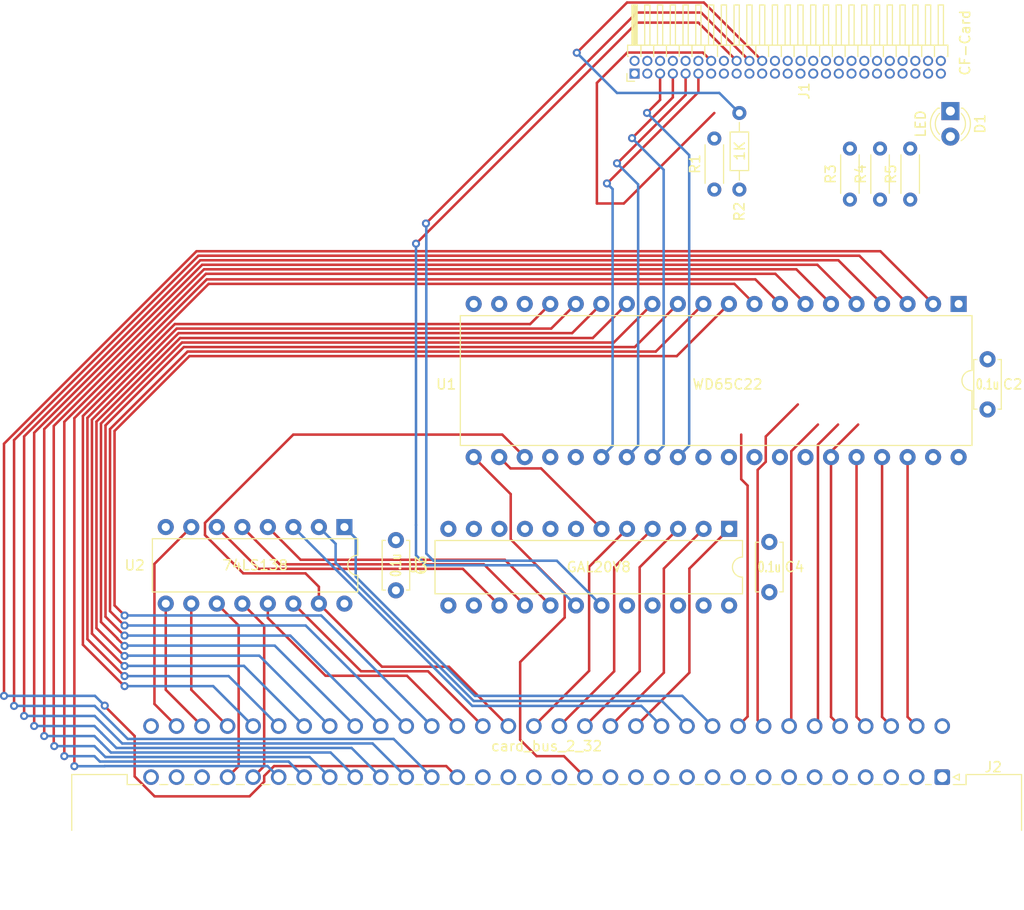
<source format=kicad_pcb>
(kicad_pcb (version 20211014) (generator pcbnew)
  (layers (0 "F.Cu" signal) (31 "B.Cu" signal) (34 "B.Paste" user) (35 "F.Paste" user) (36 "B.SilkS" user "B.Silkscreen") (37 "F.SilkS" user "F.Silkscreen") (38 "B.Mask" user) (39 "F.Mask" user) (44 "Edge.Cuts" user))
  (net 0 "")
  (net 1 "Net-(J1-Pad20)")
  (net 2 "Net-(J1-Pad19)")
  (net 3 "Net-(J1-Pad18)")
  (net 4 "Net-(J1-Pad17)")
  (net 5 "Net-(J1-Pad16)")
  (net 6 "Net-(J1-Pad15)")
  (net 7 "Net-(J1-Pad14)")
  (net 8 "Net-(J1-Pad12)")
  (net 9 "VCC")
  (net 10 "GND")
  (net 11 "Net-(J2-Pad10)")
  (net 12 "Net-(J2-Pad21)")
  (net 13 "Net-(J2-Pad22)")
  (net 14 "Net-(J2-Pad23)")
  (net 15 "Net-(J2-Pad24)")
  (net 16 "Net-(J2-Pad25)")
  (net 17 "Net-(J2-Pad26)")
  (net 18 "Net-(J2-Pad27)")
  (net 19 "Net-(J2-Pad28)")
  (net 20 "Net-(J2-Pad11)")
  (net 21 "Net-(J2-Pad12)")
  (net 22 "Net-(J2-Pad13)")
  (net 25 "Net-(J2-Pad14)")
  (net 26 "Net-(J2-Pad15)")
  (net 27 "Net-(J2-Pad38)")
  (net 28 "Net-(J2-Pad39)")
  (net 29 "Net-(J2-Pad40)")
  (net 30 "Net-(J2-Pad41)")
  (net 31 "Net-(J2-Pad42)")
  (net 32 "Net-(J2-Pad43)")
  (net 33 "Net-(J2-Pad44)")
  (net 34 "Net-(J2-Pad45)")
  (net 39 "Net-(J2-Pad50)")
  (net 40 "Net-(J1-Pad41)")
  (net 43 "Net-(J2-Pad54)")
  (net 44 "Net-(J1-Pad6)")
  (net 45 "Net-(J1-Pad5)")
  (net 46 "Net-(J1-Pad4)")
  (net 47 "Net-(J1-Pad3)")
  (net 48 "Net-(J1-Pad2)")
  (net 49 "Net-(J1-Pad23)")
  (net 50 "Net-(J1-Pad22)")
  (net 51 "Net-(J1-Pad21)")
  (net 52 "Net-(J1-Pad32)")
  (net 53 "Net-(J1-Pad36)")
  (net 54 "Net-(J2-Pad16)")
  (net 55 "Net-(J2-Pad17)")
  (net 56 "Net-(D1-Pad2)")
  (net 57 "Net-(U1-Pad23)")
  (net 58 "Net-(J1-Pad7)")
  (net 59 "Net-(J2-Pad20)")
  (net 60 "Net-(J2-Pad29)")
  (net 61 "Net-(J2-Pad30)")
  (net 62 "Net-(J2-Pad31)")
  (net 63 "Net-(J2-Pad36)")
  (net 64 "Net-(J2-Pad37)")
  (net 65 "Net-(U1-Pad22)")
  (net 66 "Net-(R3-Pad2)")
  (net 67 "Net-(R4-Pad2)")
  (net 74 "Net-(U2-Pad6)")
  (net 75 "Net-(U2-Pad5)")
  (net 76 "Net-(U2-Pad4)")
  (net 77 "Net-(J1-Pad34)")
  (net 78 "Net-(J1-Pad35)")
  (net 87 "Net-(D1-Pad1)")
  (footprint "Resistor_THT:R_Axial_DIN0204_L3.6mm_D1.6mm_P5.08mm_Horizontal" (layer "F.Cu") (at 163.18 120.615 90)
    (fp_text reference "R3")
    (fp_text value "1K")
  )
  (footprint "Package_DIP:DIP-40_W15.24mm" (layer "F.Cu") (at 174 131 -90)
    (fp_text reference "U1")
    (fp_text value "WD65C22")
  )
  (footprint "Connector_PinHeader_1.27mm:PinHeader_2x25_P1.27mm_Horizontal" (layer "F.Cu") (at 141.75 108.075 90)
    (fp_text reference "J1")
    (fp_text value "CF-Card")
  )
  (footprint "Resistor_THT:R_Axial_DIN0204_L3.6mm_D1.6mm_P5.08mm_Horizontal" (layer "F.Cu") (at 149.685945 119.615 90)
    (fp_text reference "R1")
    (fp_text value "1K")
  )
  (footprint "Resistor_THT:R_Axial_DIN0204_L3.6mm_D1.6mm_P5.08mm_Horizontal" (layer "F.Cu") (at 169.18 120.615 90)
    (fp_text reference "R5")
    (fp_text value "330R")
  )
  (footprint "Capacitor_THT:C_Disc_D4.7mm_W2.5mm_P5.00mm" (layer "F.Cu") (at 176.875 136.5 -90)
    (fp_text reference "C2")
    (fp_text value "0.1u")
  )
  (footprint "Capacitor_THT:C_Disc_D4.7mm_W2.5mm_P5.00mm" (layer "F.Cu") (at 155.16 154.68 -90)
    (fp_text reference "C4")
    (fp_text value "0.1u")
  )
  (footprint "card_bus_2_32:DIN41612_R_2x32_Male_Horizontal_THT" (layer "F.Cu") (at 131.73 136.9075 -90)
    (fp_text reference "J2")
    (fp_text value "card_bus_2_32")
  )
  (footprint "LED_THT:LED_D3.0mm" (layer "F.Cu") (at 173.18 111.805 -90)
    (fp_text reference "D1")
    (fp_text value "LED")
  )
  (footprint "Package_DIP:DIP-24_W7.62mm" (layer "F.Cu") (at 151.16 153.38 -90)
    (fp_text reference "U3")
    (fp_text value "GAL20V8")
  )
  (footprint "Package_DIP:DIP-16_W7.62mm" (layer "F.Cu") (at 112.875 153.2 -90)
    (fp_text reference "U2")
    (fp_text value "74LS138")
  )
  (footprint "Capacitor_THT:C_Disc_D4.7mm_W2.5mm_P5.00mm" (layer "F.Cu") (at 118 154.5 -90)
    (fp_text reference "C3")
    (fp_text value "0.1u")
  )
  (footprint "Resistor_THT:R_Axial_DIN0204_L3.6mm_D1.6mm_P7.62mm_Horizontal" (layer "F.Cu") (at 152.18 119.615 90)
    (fp_text reference "R2")
    (fp_text value "1K")
  )
  (footprint "Resistor_THT:R_Axial_DIN0204_L3.6mm_D1.6mm_P5.08mm_Horizontal" (layer "F.Cu") (at 166.18 120.615 90)
    (fp_text reference "R4")
    (fp_text value "1K")
  )
  (segment (start 168.92 146.24) (end 168.92 172.0975) (width 0.25) (layer "F.Cu") (net 1))
  (segment (start 168.92 172.0975) (end 169.83 173.0075) (width 0.25) (layer "F.Cu") (net 1))
  (segment (start 166.38 146.24) (end 166.38 172.0975) (width 0.25) (layer "F.Cu") (net 2))
  (segment (start 166.38 172.0975) (end 167.29 173.0075) (width 0.25) (layer "F.Cu") (net 2))
  (segment (start 163.84 146.24) (end 163.84 172.0975) (width 0.25) (layer "F.Cu") (net 3))
  (segment (start 163.84 172.0975) (end 164.75 173.0075) (width 0.25) (layer "F.Cu") (net 3))
  (segment (start 161.3 146.3) (end 161.3 145.7) (width 0.25) (layer "F.Cu") (net 4))
  (segment (start 162.21 173.0075) (end 161.3 172.0975) (width 0.25) (layer "F.Cu") (net 4))
  (segment (start 161.3 172.0975) (end 161.3 146.3) (width 0.25) (layer "F.Cu") (net 4))
  (segment (start 161.3 145.7) (end 164 143) (width 0.25) (layer "F.Cu") (net 4))
  (segment (start 161.3 146.24) (end 161.3 146.3) (width 0.25) (layer "F.Cu") (net 4))
  (segment (start 160 145) (end 162 143) (width 0.25) (layer "F.Cu") (net 5))
  (segment (start 160 172.6775) (end 160 145) (width 0.25) (layer "F.Cu") (net 5))
  (segment (start 159.67 173.0075) (end 160 172.6775) (width 0.25) (layer "F.Cu") (net 5))
  (segment (start 157.345 145.655) (end 160 143) (width 0.25) (layer "F.Cu") (net 6))
  (segment (start 157.13 173.0075) (end 157.345 172.7925) (width 0.25) (layer "F.Cu") (net 6))
  (segment (start 157.345 172.7925) (end 157.345 145.774009) (width 0.25) (layer "F.Cu") (net 6))
  (segment (start 157.345 145.774009) (end 157.345 145.655) (width 0.25) (layer "F.Cu") (net 6))
  (segment (start 154.805 144.195) (end 158 141) (width 0.25) (layer "F.Cu") (net 7))
  (segment (start 154 147.510991) (end 154.805 146.705991) (width 0.25) (layer "F.Cu") (net 7))
  (segment (start 154.59 173.0075) (end 154 172.4175) (width 0.25) (layer "F.Cu") (net 7))
  (segment (start 154 172.4175) (end 154 147.510991) (width 0.25) (layer "F.Cu") (net 7))
  (segment (start 154.805 146.705991) (end 154.805 144.195) (width 0.25) (layer "F.Cu") (net 7))
  (segment (start 152.362121 148.437617) (end 152.362121 144) (width 0.25) (layer "F.Cu") (net 8))
  (segment (start 152.05 173.0075) (end 153 172.0575) (width 0.25) (layer "F.Cu") (net 8))
  (segment (start 153 149.075496) (end 152.362121 148.437617) (width 0.25) (layer "F.Cu") (net 8))
  (segment (start 153 172.0575) (end 153 149.075496) (width 0.25) (layer "F.Cu") (net 8))
  (segment (start 146.5025 170) (end 125.867792 170) (width 0.25) (layer "B.Cu") (net 11))
  (segment (start 125.867792 170) (end 114 158.132208) (width 0.25) (layer "B.Cu") (net 11))
  (segment (start 114 154.325) (end 112.875 153.2) (width 0.25) (layer "B.Cu") (net 11))
  (segment (start 114 158.132208) (end 114 154.325) (width 0.25) (layer "B.Cu") (net 11))
  (segment (start 149.51 173.0075) (end 146.5025 170) (width 0.25) (layer "B.Cu") (net 11))
  (segment (start 91 162) (end 90 161) (width 0.25) (layer "F.Cu") (net 12))
  (segment (start 90 143.636396) (end 97.44908 136.187316) (width 0.25) (layer "F.Cu") (net 12))
  (segment (start 97.44908 136.187316) (end 145.952684 136.187316) (width 0.25) (layer "F.Cu") (net 12))
  (segment (start 90 161) (end 90 143.636396) (width 0.25) (layer "F.Cu") (net 12))
  (segment (start 145.952684 136.187316) (end 151.14 131) (width 0.25) (layer "F.Cu") (net 12))
  (via (at 91 162) (size 0.8) (drill 0.4) (layers "F.Cu" "B.Cu") (net 12))
  (segment (start 110.5625 162) (end 121.57 173.0075) (width 0.25) (layer "B.Cu") (net 12))
  (segment (start 91 162) (end 110.5625 162) (width 0.25) (layer "B.Cu") (net 12))
  (segment (start 90.974695 163) (end 89.55 161.575305) (width 0.25) (layer "F.Cu") (net 13))
  (segment (start 91 163) (end 90.974695 163) (width 0.25) (layer "F.Cu") (net 13))
  (segment (start 97.262684 135.737316) (end 143.862684 135.737316) (width 0.25) (layer "F.Cu") (net 13))
  (segment (start 89.55 161.575305) (end 89.55 143.45) (width 0.25) (layer "F.Cu") (net 13))
  (segment (start 143.862684 135.737316) (end 148.6 131) (width 0.25) (layer "F.Cu") (net 13))
  (segment (start 89.55 143.45) (end 97.262684 135.737316) (width 0.25) (layer "F.Cu") (net 13))
  (via (at 91 163) (size 0.8) (drill 0.4) (layers "F.Cu" "B.Cu") (net 13))
  (segment (start 109.0225 163) (end 119.03 173.0075) (width 0.25) (layer "B.Cu") (net 13))
  (segment (start 91 163) (end 109.0225 163) (width 0.25) (layer "B.Cu") (net 13))
  (segment (start 91 164) (end 90.974695 164) (width 0.25) (layer "F.Cu") (net 14))
  (segment (start 89.1 162.125305) (end 89.1 143.08198) (width 0.25) (layer "F.Cu") (net 14))
  (segment (start 89.1 143.08198) (end 96.894664 135.287316) (width 0.25) (layer "F.Cu") (net 14))
  (segment (start 90.974695 164) (end 89.1 162.125305) (width 0.25) (layer "F.Cu") (net 14))
  (segment (start 96.894664 135.287316) (end 141.772684 135.287316) (width 0.25) (layer "F.Cu") (net 14))
  (segment (start 141.772684 135.287316) (end 146.06 131) (width 0.25) (layer "F.Cu") (net 14))
  (via (at 91 164) (size 0.8) (drill 0.4) (layers "F.Cu" "B.Cu") (net 14))
  (segment (start 91 164) (end 107.4825 164) (width 0.25) (layer "B.Cu") (net 14))
  (segment (start 107.4825 164) (end 116.49 173.0075) (width 0.25) (layer "B.Cu") (net 14))
  (segment (start 139.682684 134.837316) (end 143.52 131) (width 0.25) (layer "F.Cu") (net 15))
  (segment (start 90.275 164.275) (end 88.65 162.65) (width 0.25) (layer "F.Cu") (net 15))
  (segment (start 96.708268 134.837316) (end 139.682684 134.837316) (width 0.25) (layer "F.Cu") (net 15))
  (segment (start 91 165.02985) (end 90.275 164.30485) (width 0.25) (layer "F.Cu") (net 15))
  (segment (start 88.65 142.895584) (end 96.708268 134.837316) (width 0.25) (layer "F.Cu") (net 15))
  (segment (start 90.275 164.30485) (end 90.275 164.275) (width 0.25) (layer "F.Cu") (net 15))
  (segment (start 88.65 162.65) (end 88.65 142.895584) (width 0.25) (layer "F.Cu") (net 15))
  (via (at 91 165.02985) (size 0.8) (drill 0.4) (layers "F.Cu" "B.Cu") (net 15))
  (segment (start 105.9425 165) (end 113.95 173.0075) (width 0.25) (layer "B.Cu") (net 15))
  (segment (start 91.02985 165) (end 105.9425 165) (width 0.25) (layer "B.Cu") (net 15))
  (segment (start 91 165.02985) (end 91.02985 165) (width 0.25) (layer "B.Cu") (net 15))
  (segment (start 96.521872 134.387316) (end 137.592684 134.387316) (width 0.25) (layer "F.Cu") (net 16))
  (segment (start 88.2 142.709188) (end 96.521872 134.387316) (width 0.25) (layer "F.Cu") (net 16))
  (segment (start 90.974198 166.029353) (end 88.2 163.255155) (width 0.25) (layer "F.Cu") (net 16))
  (segment (start 91 166.029353) (end 90.974198 166.029353) (width 0.25) (layer "F.Cu") (net 16))
  (segment (start 88.2 163.255155) (end 88.2 142.709188) (width 0.25) (layer "F.Cu") (net 16))
  (segment (start 137.592684 134.387316) (end 140.98 131) (width 0.25) (layer "F.Cu") (net 16))
  (via (at 91 166.029353) (size 0.8) (drill 0.4) (layers "F.Cu" "B.Cu") (net 16))
  (segment (start 91 166.029353) (end 91.029353 166) (width 0.25) (layer "B.Cu") (net 16))
  (segment (start 104.4025 166) (end 111.41 173.0075) (width 0.25) (layer "B.Cu") (net 16))
  (segment (start 91.029353 166) (end 104.4025 166) (width 0.25) (layer "B.Cu") (net 16))
  (segment (start 90.725497 166.754353) (end 90.699695 166.754353) (width 0.25) (layer "F.Cu") (net 17))
  (segment (start 90.699695 166.754353) (end 87.75 163.804658) (width 0.25) (layer "F.Cu") (net 17))
  (segment (start 87.75 142.522792) (end 96.372792 133.9) (width 0.25) (layer "F.Cu") (net 17))
  (segment (start 87.75 163.804658) (end 87.75 142.522792) (width 0.25) (layer "F.Cu") (net 17))
  (segment (start 135.54 133.9) (end 138.44 131) (width 0.25) (layer "F.Cu") (net 17))
  (segment (start 96.372792 133.9) (end 135.54 133.9) (width 0.25) (layer "F.Cu") (net 17))
  (segment (start 91 167.028856) (end 90.725497 166.754353) (width 0.25) (layer "F.Cu") (net 17))
  (via (at 91 167.028856) (size 0.8) (drill 0.4) (layers "F.Cu" "B.Cu") (net 17))
  (segment (start 91 167.028856) (end 91.01138 167.017476) (width 0.25) (layer "B.Cu") (net 17))
  (segment (start 91.01138 167.017476) (end 102.879976 167.017476) (width 0.25) (layer "B.Cu") (net 17))
  (segment (start 102.879976 167.017476) (end 108.87 173.0075) (width 0.25) (layer "B.Cu") (net 17))
  (segment (start 90.699695 167.753856) (end 87.3 164.354161) (width 0.25) (layer "F.Cu") (net 18))
  (segment (start 87.3 164.354161) (end 87.3 142.336396) (width 0.25) (layer "F.Cu") (net 18))
  (segment (start 133.45 133.45) (end 135.9 131) (width 0.25) (layer "F.Cu") (net 18))
  (segment (start 96.186396 133.45) (end 133.45 133.45) (width 0.25) (layer "F.Cu") (net 18))
  (segment (start 87.3 142.336396) (end 96.186396 133.45) (width 0.25) (layer "F.Cu") (net 18))
  (segment (start 90.723036 167.753856) (end 90.699695 167.753856) (width 0.25) (layer "F.Cu") (net 18))
  (segment (start 91 168.03082) (end 90.723036 167.753856) (width 0.25) (layer "F.Cu") (net 18))
  (via (at 91 168.03082) (size 0.8) (drill 0.4) (layers "F.Cu" "B.Cu") (net 18))
  (segment (start 101.35332 168.03082) (end 106.33 173.0075) (width 0.25) (layer "B.Cu") (net 18))
  (segment (start 91 168.03082) (end 101.35332 168.03082) (width 0.25) (layer "B.Cu") (net 18))
  (segment (start 91 169.030323) (end 90.725497 168.75582) (width 0.25) (layer "F.Cu") (net 19))
  (segment (start 96 133) (end 131.36 133) (width 0.25) (layer "F.Cu") (net 19))
  (segment (start 90.699695 168.75582) (end 86.85 164.906125) (width 0.25) (layer "F.Cu") (net 19))
  (segment (start 131.36 133) (end 133.36 131) (width 0.25) (layer "F.Cu") (net 19))
  (segment (start 86.85 142.15) (end 96 133) (width 0.25) (layer "F.Cu") (net 19))
  (segment (start 86.85 164.906125) (end 86.85 142.15) (width 0.25) (layer "F.Cu") (net 19))
  (segment (start 90.725497 168.75582) (end 90.699695 168.75582) (width 0.25) (layer "F.Cu") (net 19))
  (via (at 91 169.030323) (size 0.8) (drill 0.4) (layers "F.Cu" "B.Cu") (net 19))
  (segment (start 91 169.030323) (end 91.000021 169.030302) (width 0.25) (layer "B.Cu") (net 19))
  (segment (start 91.000021 169.030302) (end 99.812802 169.030302) (width 0.25) (layer "B.Cu") (net 19))
  (segment (start 99.812802 169.030302) (end 103.79 173.0075) (width 0.25) (layer "B.Cu") (net 19))
  (segment (start 144.471087 170.508587) (end 125.739983 170.508587) (width 0.25) (layer "B.Cu") (net 20))
  (segment (start 112 154.865) (end 110.335 153.2) (width 0.25) (layer "B.Cu") (net 20))
  (segment (start 112 156.768604) (end 112 154.865) (width 0.25) (layer "B.Cu") (net 20))
  (segment (start 125.739983 170.508587) (end 112 156.768604) (width 0.25) (layer "B.Cu") (net 20))
  (segment (start 146.97 173.0075) (end 144.471087 170.508587) (width 0.25) (layer "B.Cu") (net 20))
  (segment (start 144.43 173.0075) (end 142.4225 171) (width 0.25) (layer "B.Cu") (net 21))
  (segment (start 125.595 171) (end 107.795 153.2) (width 0.25) (layer "B.Cu") (net 21))
  (segment (start 142.4225 171) (end 125.595 171) (width 0.25) (layer "B.Cu") (net 21))
  (segment (start 147.205 157.335) (end 147.205 167.6925) (width 0.25) (layer "F.Cu") (net 22))
  (segment (start 147.205 167.6925) (end 141.89 173.0075) (width 0.25) (layer "F.Cu") (net 22))
  (segment (start 151.16 153.38) (end 147.205 157.335) (width 0.25) (layer "F.Cu") (net 22))
  (segment (start 144.665 167.6925) (end 139.35 173.0075) (width 0.25) (layer "F.Cu") (net 25))
  (segment (start 144.665 157.335) (end 144.665 167.6925) (width 0.25) (layer "F.Cu") (net 25))
  (segment (start 148.62 153.38) (end 144.665 157.335) (width 0.25) (layer "F.Cu") (net 25))
  (segment (start 142.256449 157.203551) (end 142.256449 167.561051) (width 0.25) (layer "F.Cu") (net 26))
  (segment (start 142.256449 167.561051) (end 136.81 173.0075) (width 0.25) (layer "F.Cu") (net 26))
  (segment (start 146.08 153.38) (end 142.256449 157.203551) (width 0.25) (layer "F.Cu") (net 26))
  (segment (start 151.68 129) (end 99.363604 129) (width 0.25) (layer "F.Cu") (net 27))
  (segment (start 99.363604 129) (end 86 142.363604) (width 0.25) (layer "F.Cu") (net 27))
  (segment (start 86 142.363604) (end 86 177) (width 0.25) (layer "F.Cu") (net 27))
  (segment (start 153.68 131) (end 151.68 129) (width 0.25) (layer "F.Cu") (net 27))
  (via (at 86 177) (size 0.8) (drill 0.4) (layers "F.Cu" "B.Cu") (net 27))
  (segment (start 89 177) (end 89.0125 176.9875) (width 0.25) (layer "B.Cu") (net 27))
  (segment (start 86 177) (end 89 177) (width 0.25) (layer "B.Cu") (net 27))
  (segment (start 105.23 176.9875) (end 106.33 178.0875) (width 0.25) (layer "B.Cu") (net 27))
  (segment (start 89.0125 176.9875) (end 105.23 176.9875) (width 0.25) (layer "B.Cu") (net 27))
  (segment (start 156.22 131) (end 153.77 128.55) (width 0.25) (layer "F.Cu") (net 28))
  (segment (start 153.77 128.55) (end 99.177208 128.55) (width 0.25) (layer "F.Cu") (net 28))
  (segment (start 85 142.727208) (end 85 176) (width 0.25) (layer "F.Cu") (net 28))
  (segment (start 99.177208 128.55) (end 85 142.727208) (width 0.25) (layer "F.Cu") (net 28))
  (via (at 85 176) (size 0.8) (drill 0.4) (layers "F.Cu" "B.Cu") (net 28))
  (segment (start 88.002956 176) (end 88.540456 176.5375) (width 0.25) (layer "B.Cu") (net 28))
  (segment (start 85 176) (end 88.002956 176) (width 0.25) (layer "B.Cu") (net 28))
  (segment (start 107.32 176.5375) (end 108.87 178.0875) (width 0.25) (layer "B.Cu") (net 28))
  (segment (start 88.540456 176.5375) (end 107.32 176.5375) (width 0.25) (layer "B.Cu") (net 28))
  (segment (start 99.090812 128) (end 83.95 143.140812) (width 0.25) (layer "F.Cu") (net 29))
  (segment (start 158.76 131) (end 155.76 128) (width 0.25) (layer "F.Cu") (net 29))
  (segment (start 155.76 128) (end 99.090812 128) (width 0.25) (layer "F.Cu") (net 29))
  (segment (start 83.95 174.95) (end 84 175) (width 0.25) (layer "F.Cu") (net 29))
  (segment (start 83.95 143.140812) (end 83.95 174.95) (width 0.25) (layer "F.Cu") (net 29))
  (via (at 84 175) (size 0.8) (drill 0.4) (layers "F.Cu" "B.Cu") (net 29))
  (segment (start 88.002706 175) (end 89.090206 176.0875) (width 0.25) (layer "B.Cu") (net 29))
  (segment (start 84 175) (end 88.002706 175) (width 0.25) (layer "B.Cu") (net 29))
  (segment (start 109.41 176.0875) (end 111.41 178.0875) (width 0.25) (layer "B.Cu") (net 29))
  (segment (start 89.090206 176.0875) (end 109.41 176.0875) (width 0.25) (layer "B.Cu") (net 29))
  (segment (start 83 143.454416) (end 83 174) (width 0.25) (layer "F.Cu") (net 30))
  (segment (start 98.904416 127.55) (end 83 143.454416) (width 0.25) (layer "F.Cu") (net 30))
  (segment (start 161.3 131) (end 157.85 127.55) (width 0.25) (layer "F.Cu") (net 30))
  (segment (start 157.85 127.55) (end 98.904416 127.55) (width 0.25) (layer "F.Cu") (net 30))
  (via (at 83 174) (size 0.8) (drill 0.4) (layers "F.Cu" "B.Cu") (net 30))
  (segment (start 111.5 175.6375) (end 113.95 178.0875) (width 0.25) (layer "B.Cu") (net 30))
  (segment (start 88.002914 174) (end 88.702609 174.699695) (width 0.25) (layer "B.Cu") (net 30))
  (segment (start 83 174) (end 88.002914 174) (width 0.25) (layer "B.Cu") (net 30))
  (segment (start 88.702609 174.702609) (end 89.6375 175.6375) (width 0.25) (layer "B.Cu") (net 30))
  (segment (start 88.702609 174.699695) (end 88.702609 174.702609) (width 0.25) (layer "B.Cu") (net 30))
  (segment (start 89.6375 175.6375) (end 111.5 175.6375) (width 0.25) (layer "B.Cu") (net 30))
  (segment (start 82 173) (end 82 143.81802) (width 0.25) (layer "F.Cu") (net 31))
  (segment (start 159.94 127.1) (end 163.84 131) (width 0.25) (layer "F.Cu") (net 31))
  (segment (start 98.71802 127.1) (end 159.94 127.1) (width 0.25) (layer "F.Cu") (net 31))
  (segment (start 82 143.81802) (end 98.71802 127.1) (width 0.25) (layer "F.Cu") (net 31))
  (via (at 82 173) (size 0.8) (drill 0.4) (layers "F.Cu" "B.Cu") (net 31))
  (segment (start 88.703714 173.699695) (end 88.703714 173.703714) (width 0.25) (layer "B.Cu") (net 31))
  (segment (start 88.004019 173) (end 88.703714 173.699695) (width 0.25) (layer "B.Cu") (net 31))
  (segment (start 113.59 175.1875) (end 116.49 178.0875) (width 0.25) (layer "B.Cu") (net 31))
  (segment (start 90.1875 175.1875) (end 113.59 175.1875) (width 0.25) (layer "B.Cu") (net 31))
  (segment (start 82 173) (end 88.004019 173) (width 0.25) (layer "B.Cu") (net 31))
  (segment (start 88.703714 173.703714) (end 90.1875 175.1875) (width 0.25) (layer "B.Cu") (net 31))
  (segment (start 81 172) (end 81 144.181624) (width 0.25) (layer "F.Cu") (net 32))
  (segment (start 162.03 126.65) (end 166.38 131) (width 0.25) (layer "F.Cu") (net 32))
  (segment (start 81 144.181624) (end 98.531624 126.65) (width 0.25) (layer "F.Cu") (net 32))
  (segment (start 98.531624 126.65) (end 162.03 126.65) (width 0.25) (layer "F.Cu") (net 32))
  (via (at 81 172) (size 0.8) (drill 0.4) (layers "F.Cu" "B.Cu") (net 32))
  (segment (start 81 172) (end 88.025305 172) (width 0.25) (layer "B.Cu") (net 32))
  (segment (start 90.762805 174.7375) (end 115.68 174.7375) (width 0.25) (layer "B.Cu") (net 32))
  (segment (start 88.025305 172) (end 90.762805 174.7375) (width 0.25) (layer "B.Cu") (net 32))
  (segment (start 115.68 174.7375) (end 119.03 178.0875) (width 0.25) (layer "B.Cu") (net 32))
  (segment (start 98.345228 126.2) (end 164.12 126.2) (width 0.25) (layer "F.Cu") (net 33))
  (segment (start 164.12 126.2) (end 168.92 131) (width 0.25) (layer "F.Cu") (net 33))
  (segment (start 80 171) (end 80 144.545228) (width 0.25) (layer "F.Cu") (net 33))
  (segment (start 80 144.545228) (end 98.345228 126.2) (width 0.25) (layer "F.Cu") (net 33))
  (via (at 80 171) (size 0.8) (drill 0.4) (layers "F.Cu" "B.Cu") (net 33))
  (segment (start 80 171) (end 88.025305 171) (width 0.25) (layer "B.Cu") (net 33))
  (segment (start 91.312805 174.2875) (end 117.77 174.2875) (width 0.25) (layer "B.Cu") (net 33))
  (segment (start 88.025305 171) (end 91.312805 174.2875) (width 0.25) (layer "B.Cu") (net 33))
  (segment (start 117.77 174.2875) (end 121.57 178.0875) (width 0.25) (layer "B.Cu") (net 33))
  (segment (start 89 171) (end 89.024952 170.975048) (width 0.25) (layer "F.Cu") (net 34))
  (segment (start 93.986865 180) (end 92 178.013135) (width 0.25) (layer "F.Cu") (net 34))
  (segment (start 104.89 177.971865) (end 104.89 178.543135) (width 0.25) (layer "F.Cu") (net 34))
  (segment (start 104.89 178.543135) (end 103.433135 180) (width 0.25) (layer "F.Cu") (net 34))
  (segment (start 166.21 125.75) (end 171.46 131) (width 0.25) (layer "F.Cu") (net 34))
  (segment (start 79 144.908832) (end 98.158832 125.75) (width 0.25) (layer "F.Cu") (net 34))
  (segment (start 98.158832 125.75) (end 166.21 125.75) (width 0.25) (layer "F.Cu") (net 34))
  (segment (start 92 174) (end 89 171) (width 0.25) (layer "F.Cu") (net 34))
  (segment (start 79 170) (end 79 144.908832) (width 0.25) (layer "F.Cu") (net 34))
  (segment (start 92 178.013135) (end 92 174) (width 0.25) (layer "F.Cu") (net 34))
  (segment (start 123.01 176.9875) (end 105.874365 176.9875) (width 0.25) (layer "F.Cu") (net 34))
  (segment (start 89 171) (end 89 170.974024) (width 0.25) (layer "F.Cu") (net 34))
  (segment (start 103.433135 180) (end 93.986865 180) (width 0.25) (layer "F.Cu") (net 34))
  (segment (start 124.11 178.0875) (end 123.01 176.9875) (width 0.25) (layer "F.Cu") (net 34))
  (segment (start 105.874365 176.9875) (end 104.89 177.971865) (width 0.25) (layer "F.Cu") (net 34))
  (via (at 89.024952 170.975048) (size 0.8) (drill 0.4) (layers "F.Cu" "B.Cu") (net 34))
  (via (at 79 170) (size 0.8) (drill 0.4) (layers "F.Cu" "B.Cu") (net 34))
  (segment (start 89.024952 170.975048) (end 88.049904 170) (width 0.25) (layer "B.Cu") (net 34))
  (segment (start 88.049904 170) (end 79 170) (width 0.25) (layer "B.Cu") (net 34))
  (segment (start 132 176) (end 130.364472 174.364472) (width 0.25) (layer "F.Cu") (net 39))
  (segment (start 134.795 159.795) (end 129.425 154.425) (width 0.25) (layer "F.Cu") (net 39))
  (segment (start 130.364472 174.364472) (end 130.364472 166.635528) (width 0.25) (layer "F.Cu") (net 39))
  (segment (start 130.364472 166.635528) (end 134.795 162.205) (width 0.25) (layer "F.Cu") (net 39))
  (segment (start 129.425 154.425) (end 129.425 149.925) (width 0.25) (layer "F.Cu") (net 39))
  (segment (start 129.425 149.925) (end 125.74 146.24) (width 0.25) (layer "F.Cu") (net 39))
  (segment (start 134.795 162.205) (end 134.795 159.795) (width 0.25) (layer "F.Cu") (net 39))
  (segment (start 136.81 178.0875) (end 134.7225 176) (width 0.25) (layer "F.Cu") (net 39))
  (segment (start 134.7225 176) (end 132 176) (width 0.25) (layer "F.Cu") (net 39))
  (segment (start 139 119) (end 139.025305 119) (width 0.25) (layer "F.Cu") (net 44))
  (segment (start 139.025305 119) (end 148.1 109.925305) (width 0.25) (layer "F.Cu") (net 44))
  (segment (start 148.1 109.925305) (end 148.1 108.075) (width 0.25) (layer "F.Cu") (net 44))
  (via (at 139 119) (size 0.8) (drill 0.4) (layers "F.Cu" "B.Cu") (net 44))
  (segment (start 139 119) (end 139.565 119.565) (width 0.25) (layer "B.Cu") (net 44))
  (segment (start 139.565 145.115) (end 138.44 146.24) (width 0.25) (layer "B.Cu") (net 44))
  (segment (start 139.565 119.565) (end 139.565 145.115) (width 0.25) (layer "B.Cu") (net 44))
  (segment (start 140.025305 117) (end 146.83 110.195305) (width 0.25) (layer "F.Cu") (net 45))
  (segment (start 146.83 110.195305) (end 146.83 108.075) (width 0.25) (layer "F.Cu") (net 45))
  (segment (start 140 117) (end 140.025305 117) (width 0.25) (layer "F.Cu") (net 45))
  (via (at 140 117) (size 0.8) (drill 0.4) (layers "F.Cu" "B.Cu") (net 45))
  (segment (start 140 117) (end 142.105 119.105) (width 0.25) (layer "B.Cu") (net 45))
  (segment (start 142.105 119.105) (end 142.105 145.115) (width 0.25) (layer "B.Cu") (net 45))
  (segment (start 142.105 145.115) (end 140.98 146.24) (width 0.25) (layer "B.Cu") (net 45))
  (segment (start 145.56 110.44) (end 145.56 108.075) (width 0.25) (layer "F.Cu") (net 46))
  (segment (start 141.500334 114.500373) (end 141.500334 114.499666) (width 0.25) (layer "F.Cu") (net 46))
  (segment (start 141.500334 114.499666) (end 145.56 110.44) (width 0.25) (layer "F.Cu") (net 46))
  (via (at 141.500334 114.500373) (size 0.8) (drill 0.4) (layers "F.Cu" "B.Cu") (net 46))
  (segment (start 141.500373 114.500373) (end 144.645 117.645) (width 0.25) (layer "B.Cu") (net 46))
  (segment (start 141.500334 114.500373) (end 141.500373 114.500373) (width 0.25) (layer "B.Cu") (net 46))
  (segment (start 144.645 145.115) (end 143.52 146.24) (width 0.25) (layer "B.Cu") (net 46))
  (segment (start 144.645 117.645) (end 144.645 145.115) (width 0.25) (layer "B.Cu") (net 46))
  (segment (start 142.987701 111.987701) (end 144.29 110.685402) (width 0.25) (layer "F.Cu") (net 47))
  (segment (start 144.29 110.685402) (end 144.29 108.075) (width 0.25) (layer "F.Cu") (net 47))
  (via (at 142.987701 111.987701) (size 0.8) (drill 0.4) (layers "F.Cu" "B.Cu") (net 47))
  (segment (start 147.185 145.115) (end 146.06 146.24) (width 0.25) (layer "B.Cu") (net 47))
  (segment (start 147.185 116.185) (end 147.185 145.115) (width 0.25) (layer "B.Cu") (net 47))
  (segment (start 142.987701 111.987701) (end 147.185 116.185) (width 0.25) (layer "B.Cu") (net 47))
  (segment (start 141.02 105.98) (end 138 109) (width 0.25) (layer "F.Cu") (net 52))
  (segment (start 140.680945 121) (end 149.685945 111.995) (width 0.25) (layer "F.Cu") (net 52))
  (segment (start 149.37 106.805) (end 148.545 105.98) (width 0.25) (layer "F.Cu") (net 52))
  (segment (start 145 106) (end 144.98 105.98) (width 0.25) (layer "F.Cu") (net 52))
  (segment (start 145.02 105.98) (end 145 106) (width 0.25) (layer "F.Cu") (net 52))
  (segment (start 138 121) (end 140.680945 121) (width 0.25) (layer "F.Cu") (net 52))
  (segment (start 148.545 105.98) (end 145.02 105.98) (width 0.25) (layer "F.Cu") (net 52))
  (segment (start 144.98 105.98) (end 141.02 105.98) (width 0.25) (layer "F.Cu") (net 52))
  (segment (start 138 109) (end 138 121) (width 0.25) (layer "F.Cu") (net 52))
  (segment (start 148.645 101) (end 141 101) (width 0.25) (layer "F.Cu") (net 53))
  (segment (start 141 101) (end 136 106) (width 0.25) (layer "F.Cu") (net 53))
  (segment (start 154.45 106.805) (end 148.645 101) (width 0.25) (layer "F.Cu") (net 53))
  (via (at 136 106) (size 0.8) (drill 0.4) (layers "F.Cu" "B.Cu") (net 53))
  (segment (start 136 106) (end 140 110) (width 0.25) (layer "B.Cu") (net 53))
  (segment (start 150.185 110) (end 152.18 111.995) (width 0.25) (layer "B.Cu") (net 53))
  (segment (start 140 110) (end 150.185 110) (width 0.25) (layer "B.Cu") (net 53))
  (segment (start 139.719769 157.200231) (end 139.719769 167.557731) (width 0.25) (layer "F.Cu") (net 54))
  (segment (start 139.719769 167.557731) (end 134.27 173.0075) (width 0.25) (layer "F.Cu") (net 54))
  (segment (start 143.54 153.38) (end 139.719769 157.200231) (width 0.25) (layer "F.Cu") (net 54))
  (segment (start 137.227592 157.152408) (end 137.227592 167.509908) (width 0.25) (layer "F.Cu") (net 55))
  (segment (start 137.227592 167.509908) (end 131.73 173.0075) (width 0.25) (layer "F.Cu") (net 55))
  (segment (start 141 153.38) (end 137.227592 157.152408) (width 0.25) (layer "F.Cu") (net 55))
  (segment (start 116.615 167.1) (end 110.335 160.82) (width 0.25) (layer "F.Cu") (net 57))
  (segment (start 99 152.784009) (end 99 154) (width 0.25) (layer "F.Cu") (net 57))
  (segment (start 109 157.808035) (end 110.335 159.143035) (width 0.25) (layer "F.Cu") (net 57))
  (segment (start 123.2825 167.1) (end 116.615 167.1) (width 0.25) (layer "F.Cu") (net 57))
  (segment (start 102.808035 157.808035) (end 109 157.808035) (width 0.25) (layer "F.Cu") (net 57))
  (segment (start 128.58 144) (end 107.784009 144) (width 0.25) (layer "F.Cu") (net 57))
  (segment (start 99 154) (end 102.808035 157.808035) (width 0.25) (layer "F.Cu") (net 57))
  (segment (start 110.335 159.143035) (end 110.335 160.82) (width 0.25) (layer "F.Cu") (net 57))
  (segment (start 129.19 173.0075) (end 123.2825 167.1) (width 0.25) (layer "F.Cu") (net 57))
  (segment (start 130.82 146.24) (end 128.58 144) (width 0.25) (layer "F.Cu") (net 57))
  (segment (start 107.784009 144) (end 99 152.784009) (width 0.25) (layer "F.Cu") (net 57))
  (segment (start 114.525 167.55) (end 107.795 160.82) (width 0.25) (layer "F.Cu") (net 58))
  (segment (start 121.1925 167.55) (end 114.525 167.55) (width 0.25) (layer "F.Cu") (net 58))
  (segment (start 126.65 173.0075) (end 121.1925 167.55) (width 0.25) (layer "F.Cu") (net 58))
  (segment (start 119.1025 168) (end 111 168) (width 0.25) (layer "F.Cu") (net 59))
  (segment (start 124.11 173.0075) (end 119.1025 168) (width 0.25) (layer "F.Cu") (net 59))
  (segment (start 111 168) (end 105.255 162.255) (width 0.25) (layer "F.Cu") (net 59))
  (segment (start 105.255 162.255) (end 105.255 160.82) (width 0.25) (layer "F.Cu") (net 59))
  (segment (start 97.635 169.3925) (end 97.635 160.82) (width 0.25) (layer "F.Cu") (net 60))
  (segment (start 101.25 173.0075) (end 97.635 169.3925) (width 0.25) (layer "F.Cu") (net 60))
  (segment (start 95.095 169.3925) (end 95.095 160.82) (width 0.25) (layer "F.Cu") (net 61))
  (segment (start 98.71 173.0075) (end 95.095 169.3925) (width 0.25) (layer "F.Cu") (net 61))
  (segment (start 93.97 170.8075) (end 93.97 156.865) (width 0.25) (layer "F.Cu") (net 62))
  (segment (start 96.17 173.0075) (end 93.97 170.8075) (width 0.25) (layer "F.Cu") (net 62))
  (segment (start 93.97 156.865) (end 97.635 153.2) (width 0.25) (layer "F.Cu") (net 62))
  (segment (start 101.25 178.0875) (end 102.35 176.9875) (width 0.25) (layer "F.Cu") (net 63))
  (segment (start 102.35 176.9875) (end 102.35 162.995) (width 0.25) (layer "F.Cu") (net 63))
  (segment (start 102.35 162.995) (end 100.175 160.82) (width 0.25) (layer "F.Cu") (net 63))
  (segment (start 103.79 178.0875) (end 104.89 176.9875) (width 0.25) (layer "F.Cu") (net 64))
  (segment (start 104.89 162.995) (end 102.715 160.82) (width 0.25) (layer "F.Cu") (net 64))
  (segment (start 104.89 176.9875) (end 104.89 162.995) (width 0.25) (layer "F.Cu") (net 64))
  (segment (start 129.405 147.365) (end 132.445 147.365) (width 0.25) (layer "F.Cu") (net 65))
  (segment (start 132.445 147.365) (end 138.46 153.38) (width 0.25) (layer "F.Cu") (net 65))
  (segment (start 128.28 146.24) (end 129.405 147.365) (width 0.25) (layer "F.Cu") (net 65))
  (segment (start 100.175 153.2) (end 104.333035 157.358035) (width 0.25) (layer "F.Cu") (net 74))
  (segment (start 104.333035 157.358035) (end 124.658035 157.358035) (width 0.25) (layer "F.Cu") (net 74))
  (segment (start 124.658035 157.358035) (end 128.3 161) (width 0.25) (layer "F.Cu") (net 74))
  (segment (start 106.423035 156.908035) (end 126.748035 156.908035) (width 0.25) (layer "F.Cu") (net 75))
  (segment (start 126.748035 156.908035) (end 130.84 161) (width 0.25) (layer "F.Cu") (net 75))
  (segment (start 102.715 153.2) (end 106.423035 156.908035) (width 0.25) (layer "F.Cu") (net 75))
  (segment (start 105.255 153.2) (end 108.513035 156.458035) (width 0.25) (layer "F.Cu") (net 76))
  (segment (start 108.513035 156.458035) (end 128.838035 156.458035) (width 0.25) (layer "F.Cu") (net 76))
  (segment (start 128.838035 156.458035) (end 133.38 161) (width 0.25) (layer "F.Cu") (net 76))
  (segment (start 142 103) (end 148.105 103) (width 0.25) (layer "F.Cu") (net 77))
  (segment (start 148.105 103) (end 151.91 106.805) (width 0.25) (layer "F.Cu") (net 77))
  (segment (start 120 125) (end 142 103) (width 0.25) (layer "F.Cu") (net 77))
  (via (at 120 125) (size 0.8) (drill 0.4) (layers "F.Cu" "B.Cu") (net 77))
  (segment (start 120 153) (end 120 125) (width 0.25) (layer "B.Cu") (net 77))
  (segment (start 131.92 157) (end 121 157) (width 0.25) (layer "B.Cu") (net 77))
  (segment (start 121 157) (end 120 156) (width 0.25) (layer "B.Cu") (net 77))
  (segment (start 120 156) (end 120 153) (width 0.25) (layer "B.Cu") (net 77))
  (segment (start 135.92 161) (end 131.92 157) (width 0.25) (layer "B.Cu") (net 77))
  (segment (start 120.987701 122.987701) (end 141.975402 102) (width 0.25) (layer "F.Cu") (net 78))
  (segment (start 141.975402 102) (end 148.375 102) (width 0.25) (layer "F.Cu") (net 78))
  (segment (start 148.375 102) (end 153.18 106.805) (width 0.25) (layer "F.Cu") (net 78))
  (via (at 120.987701 122.987701) (size 0.8) (drill 0.4) (layers "F.Cu" "B.Cu") (net 78))
  (segment (start 134.01 156.55) (end 138.46 161) (width 0.25) (layer "B.Cu") (net 78))
  (segment (start 121.023568 155.837172) (end 121.736396 156.55) (width 0.25) (layer "B.Cu") (net 78))
  (segment (start 121.736396 156.55) (end 134.01 156.55) (width 0.25) (layer "B.Cu") (net 78))
  (segment (start 121.023568 123.023568) (end 121.023568 155.837172) (width 0.25) (layer "B.Cu") (net 78))
  (segment (start 120.987701 122.987701) (end 121.023568 123.023568) (width 0.25) (layer "B.Cu") (net 78))
)
</source>
